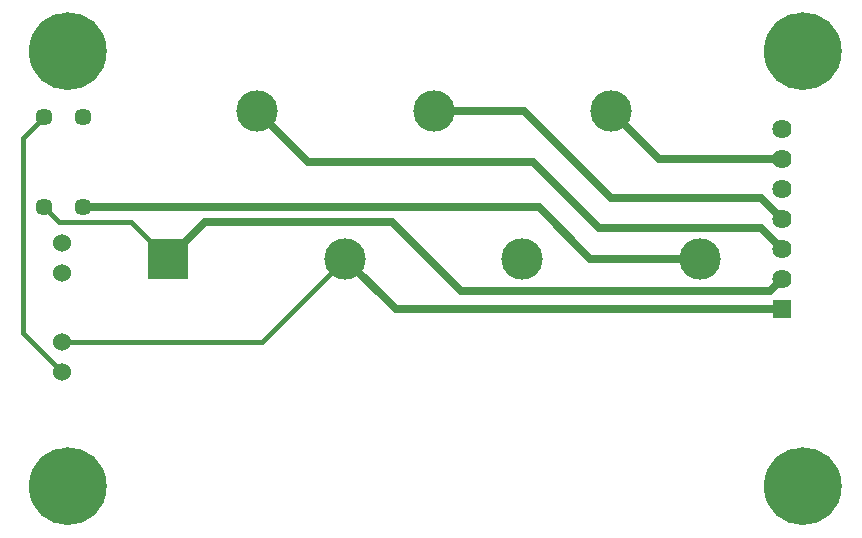
<source format=gtl>
G04*
G04 #@! TF.GenerationSoftware,Altium Limited,Altium Designer,19.0.15 (446)*
G04*
G04 Layer_Physical_Order=1*
G04 Layer_Color=196*
%FSLAX25Y25*%
%MOIN*%
G70*
G01*
G75*
%ADD13C,0.01500*%
%ADD24C,0.04724*%
%ADD25C,0.02500*%
%ADD26C,0.17323*%
%ADD27C,0.13780*%
%ADD28R,0.13780X0.13780*%
%ADD29C,0.06000*%
%ADD30C,0.06400*%
%ADD31R,0.06400X0.06400*%
%ADD32C,0.05700*%
%ADD33C,0.02362*%
D13*
X84685Y68000D02*
X112472Y95787D01*
X18000Y68000D02*
X84685D01*
X17000Y108000D02*
X41205D01*
X53417Y95787D01*
X12000Y113000D02*
X17000Y108000D01*
X5000Y71000D02*
Y136000D01*
X12000Y143000D01*
X5000Y71000D02*
X18000Y58000D01*
D24*
X275638Y20000D02*
G03*
X275638Y20000I-10638J0D01*
G01*
X30638Y165000D02*
G03*
X30638Y165000I-10638J0D01*
G01*
Y20000D02*
G03*
X30638Y20000I-10638J0D01*
G01*
X275638Y165000D02*
G03*
X275638Y165000I-10638J0D01*
G01*
D25*
X82945Y145000D02*
X99945Y128000D01*
X175000D01*
X197000Y106000D01*
X251000D01*
X258000Y99000D01*
X201000Y116000D02*
X251000D01*
X172000Y145000D02*
X201000Y116000D01*
X142000Y145000D02*
X172000D01*
X251000Y116000D02*
X258000Y109000D01*
X53417Y95787D02*
X65630Y108000D01*
X128000D01*
X151000Y85000D01*
X254000D01*
X258000Y89000D01*
X129260Y79000D02*
X258000D01*
X112472Y95787D02*
X129260Y79000D01*
X201055Y145000D02*
X217055Y129000D01*
X258000D01*
X194213Y95787D02*
X230583D01*
X177000Y113000D02*
X194213Y95787D01*
X25000Y113000D02*
X177000D01*
D26*
X265000Y20000D02*
D03*
X20000Y165000D02*
D03*
Y20000D02*
D03*
X265000Y165000D02*
D03*
D27*
X230583Y95787D02*
D03*
X201055Y145000D02*
D03*
X171528Y95787D02*
D03*
X142000Y145000D02*
D03*
X112472Y95787D02*
D03*
X82945Y145000D02*
D03*
D28*
X53417Y95787D02*
D03*
D29*
X18000Y101000D02*
D03*
Y91000D02*
D03*
Y68000D02*
D03*
Y58000D02*
D03*
D30*
X258000Y139000D02*
D03*
Y129000D02*
D03*
Y119000D02*
D03*
Y109000D02*
D03*
Y89000D02*
D03*
Y99000D02*
D03*
D31*
Y79000D02*
D03*
D32*
X25000Y113000D02*
D03*
Y143000D02*
D03*
X12000Y113000D02*
D03*
Y143000D02*
D03*
D33*
X256339Y20000D02*
D03*
X258875Y13875D02*
D03*
X265000Y11339D02*
D03*
X271125Y13875D02*
D03*
X273661Y20000D02*
D03*
X271125Y26125D02*
D03*
X265000Y28661D02*
D03*
X258875Y26125D02*
D03*
X26125Y158876D02*
D03*
X20000Y156339D02*
D03*
X13875Y158876D02*
D03*
X11339Y165000D02*
D03*
X13875Y171124D02*
D03*
X20000Y173661D02*
D03*
X26125Y171124D02*
D03*
X28661Y165000D02*
D03*
X20000Y28661D02*
D03*
X13875Y26125D02*
D03*
X11339Y20000D02*
D03*
X13875Y13875D02*
D03*
X20000Y11339D02*
D03*
X26125Y13875D02*
D03*
X28661Y20000D02*
D03*
X26125Y26125D02*
D03*
X271125Y171124D02*
D03*
X273661Y165000D02*
D03*
X271125Y158876D02*
D03*
X265000Y156339D02*
D03*
X258875Y158876D02*
D03*
X256339Y165000D02*
D03*
X258875Y171124D02*
D03*
X265000Y173661D02*
D03*
M02*

</source>
